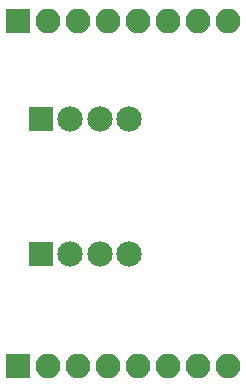
<source format=gbs>
G04 #@! TF.FileFunction,Soldermask,Bot*
%FSLAX46Y46*%
G04 Gerber Fmt 4.6, Leading zero omitted, Abs format (unit mm)*
G04 Created by KiCad (PCBNEW 4.0.7-e2-6376~58~ubuntu17.04.1) date Wed Oct  4 00:33:47 2017*
%MOMM*%
%LPD*%
G01*
G04 APERTURE LIST*
%ADD10C,0.100000*%
%ADD11R,2.150000X2.150000*%
%ADD12C,2.150000*%
%ADD13R,2.100000X2.100000*%
%ADD14O,2.100000X2.100000*%
G04 APERTURE END LIST*
D10*
D11*
X152400000Y-116840000D03*
D12*
X154900000Y-116840000D03*
X157400000Y-116840000D03*
X159900000Y-116840000D03*
D11*
X152400000Y-105410000D03*
D12*
X154900000Y-105410000D03*
X157400000Y-105410000D03*
X159900000Y-105410000D03*
D13*
X150495000Y-126365000D03*
D14*
X153035000Y-126365000D03*
X155575000Y-126365000D03*
X158115000Y-126365000D03*
X160655000Y-126365000D03*
X163195000Y-126365000D03*
X165735000Y-126365000D03*
X168275000Y-126365000D03*
D13*
X150495000Y-97155000D03*
D14*
X153035000Y-97155000D03*
X155575000Y-97155000D03*
X158115000Y-97155000D03*
X160655000Y-97155000D03*
X163195000Y-97155000D03*
X165735000Y-97155000D03*
X168275000Y-97155000D03*
M02*

</source>
